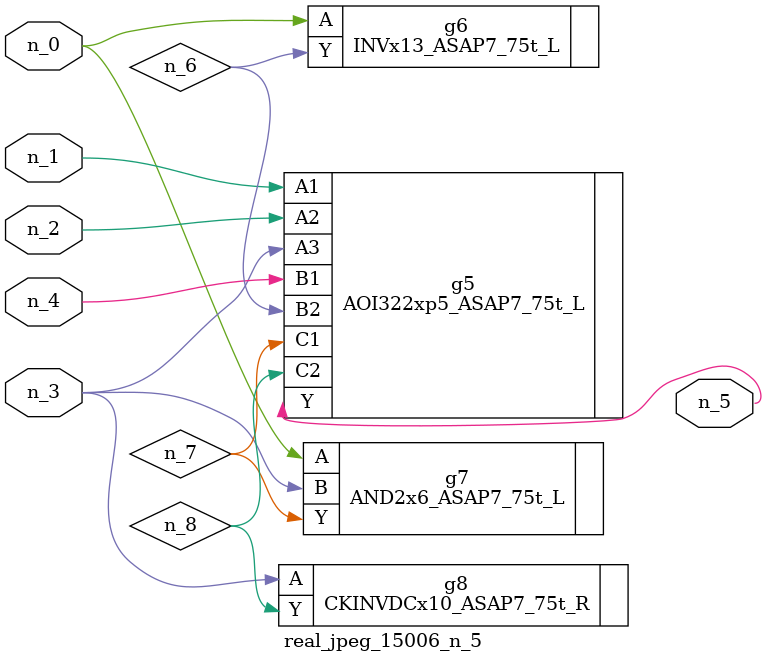
<source format=v>
module real_jpeg_15006_n_5 (n_4, n_0, n_1, n_2, n_3, n_5);

input n_4;
input n_0;
input n_1;
input n_2;
input n_3;

output n_5;

wire n_8;
wire n_6;
wire n_7;

INVx13_ASAP7_75t_L g6 ( 
.A(n_0),
.Y(n_6)
);

AND2x6_ASAP7_75t_L g7 ( 
.A(n_0),
.B(n_3),
.Y(n_7)
);

AOI322xp5_ASAP7_75t_L g5 ( 
.A1(n_1),
.A2(n_2),
.A3(n_3),
.B1(n_4),
.B2(n_6),
.C1(n_7),
.C2(n_8),
.Y(n_5)
);

CKINVDCx10_ASAP7_75t_R g8 ( 
.A(n_3),
.Y(n_8)
);


endmodule
</source>
